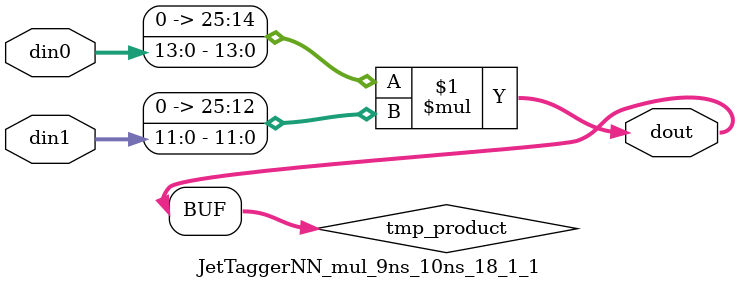
<source format=v>

`timescale 1 ns / 1 ps

  module JetTaggerNN_mul_9ns_10ns_18_1_1(din0, din1, dout);
parameter ID = 1;
parameter NUM_STAGE = 0;
parameter din0_WIDTH = 14;
parameter din1_WIDTH = 12;
parameter dout_WIDTH = 26;

input [din0_WIDTH - 1 : 0] din0; 
input [din1_WIDTH - 1 : 0] din1; 
output [dout_WIDTH - 1 : 0] dout;

wire signed [dout_WIDTH - 1 : 0] tmp_product;










assign tmp_product = $signed({1'b0, din0}) * $signed({1'b0, din1});











assign dout = tmp_product;







endmodule

</source>
